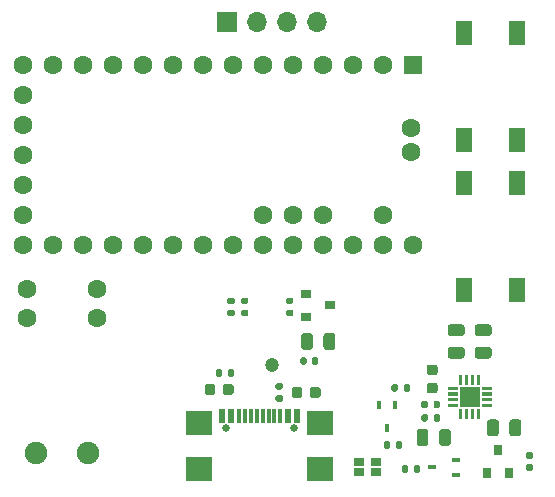
<source format=gts>
%TF.GenerationSoftware,KiCad,Pcbnew,(5.1.10)-1*%
%TF.CreationDate,2021-12-08T00:23:12-08:00*%
%TF.ProjectId,Climbing_Main_Rev_A,436c696d-6269-46e6-975f-4d61696e5f52,rev?*%
%TF.SameCoordinates,Original*%
%TF.FileFunction,Soldermask,Top*%
%TF.FilePolarity,Negative*%
%FSLAX46Y46*%
G04 Gerber Fmt 4.6, Leading zero omitted, Abs format (unit mm)*
G04 Created by KiCad (PCBNEW (5.1.10)-1) date 2021-12-08 00:23:12*
%MOMM*%
%LPD*%
G01*
G04 APERTURE LIST*
%ADD10C,1.200000*%
%ADD11C,1.600000*%
%ADD12R,1.600000X1.600000*%
%ADD13R,1.680000X1.680000*%
%ADD14C,1.600200*%
%ADD15C,1.905000*%
%ADD16R,1.400000X2.100000*%
%ADD17R,0.700000X0.450000*%
%ADD18R,0.450000X0.700000*%
%ADD19R,0.800000X0.900000*%
%ADD20R,0.900000X0.800000*%
%ADD21R,0.850000X0.650000*%
%ADD22O,1.700000X1.700000*%
%ADD23R,1.700000X1.700000*%
%ADD24C,0.650000*%
%ADD25R,2.180000X2.000000*%
%ADD26R,0.300000X1.150000*%
%ADD27R,0.600000X1.150000*%
G04 APERTURE END LIST*
D10*
X147828000Y-99753000D03*
D11*
X126746000Y-82042000D03*
X126746000Y-84582000D03*
X126746000Y-87122000D03*
X126746000Y-89662000D03*
X126746000Y-79502000D03*
X126746000Y-76962000D03*
X126746000Y-74422000D03*
X129286000Y-89662000D03*
X131826000Y-89662000D03*
X134366000Y-89662000D03*
X136906000Y-89662000D03*
X139446000Y-89662000D03*
X141986000Y-89662000D03*
X144526000Y-89662000D03*
X147066000Y-89662000D03*
X149606000Y-89662000D03*
X152146000Y-89662000D03*
X154686000Y-89662000D03*
X157226000Y-89662000D03*
X159766000Y-89662000D03*
X157226000Y-87122000D03*
X152146000Y-87122000D03*
X149606000Y-87122000D03*
X147066000Y-87122000D03*
X129286000Y-74422000D03*
X131826000Y-74422000D03*
X134366000Y-74422000D03*
X136906000Y-74422000D03*
X139446000Y-74422000D03*
X141986000Y-74422000D03*
X144526000Y-74422000D03*
X147066000Y-74422000D03*
X149606000Y-74422000D03*
X152146000Y-74422000D03*
X154686000Y-74422000D03*
X157226000Y-74422000D03*
D12*
X159766000Y-74422000D03*
D11*
X159588200Y-81737200D03*
X159588200Y-79756000D03*
G36*
G01*
X166449200Y-103369000D02*
X165604800Y-103369000D01*
G75*
G02*
X165597000Y-103361200I0J7800D01*
G01*
X165597000Y-103116800D01*
G75*
G02*
X165604800Y-103109000I7800J0D01*
G01*
X166449200Y-103109000D01*
G75*
G02*
X166457000Y-103116800I0J-7800D01*
G01*
X166457000Y-103361200D01*
G75*
G02*
X166449200Y-103369000I-7800J0D01*
G01*
G37*
G36*
G01*
X166449200Y-102869000D02*
X165604800Y-102869000D01*
G75*
G02*
X165597000Y-102861200I0J7800D01*
G01*
X165597000Y-102616800D01*
G75*
G02*
X165604800Y-102609000I7800J0D01*
G01*
X166449200Y-102609000D01*
G75*
G02*
X166457000Y-102616800I0J-7800D01*
G01*
X166457000Y-102861200D01*
G75*
G02*
X166449200Y-102869000I-7800J0D01*
G01*
G37*
G36*
G01*
X166449200Y-102369000D02*
X165604800Y-102369000D01*
G75*
G02*
X165597000Y-102361200I0J7800D01*
G01*
X165597000Y-102116800D01*
G75*
G02*
X165604800Y-102109000I7800J0D01*
G01*
X166449200Y-102109000D01*
G75*
G02*
X166457000Y-102116800I0J-7800D01*
G01*
X166457000Y-102361200D01*
G75*
G02*
X166449200Y-102369000I-7800J0D01*
G01*
G37*
G36*
G01*
X166449200Y-101869000D02*
X165604800Y-101869000D01*
G75*
G02*
X165597000Y-101861200I0J7800D01*
G01*
X165597000Y-101616800D01*
G75*
G02*
X165604800Y-101609000I7800J0D01*
G01*
X166449200Y-101609000D01*
G75*
G02*
X166457000Y-101616800I0J-7800D01*
G01*
X166457000Y-101861200D01*
G75*
G02*
X166449200Y-101869000I-7800J0D01*
G01*
G37*
G36*
G01*
X163579200Y-101869000D02*
X162734800Y-101869000D01*
G75*
G02*
X162727000Y-101861200I0J7800D01*
G01*
X162727000Y-101616800D01*
G75*
G02*
X162734800Y-101609000I7800J0D01*
G01*
X163579200Y-101609000D01*
G75*
G02*
X163587000Y-101616800I0J-7800D01*
G01*
X163587000Y-101861200D01*
G75*
G02*
X163579200Y-101869000I-7800J0D01*
G01*
G37*
G36*
G01*
X163579200Y-102369000D02*
X162734800Y-102369000D01*
G75*
G02*
X162727000Y-102361200I0J7800D01*
G01*
X162727000Y-102116800D01*
G75*
G02*
X162734800Y-102109000I7800J0D01*
G01*
X163579200Y-102109000D01*
G75*
G02*
X163587000Y-102116800I0J-7800D01*
G01*
X163587000Y-102361200D01*
G75*
G02*
X163579200Y-102369000I-7800J0D01*
G01*
G37*
G36*
G01*
X163579200Y-102869000D02*
X162734800Y-102869000D01*
G75*
G02*
X162727000Y-102861200I0J7800D01*
G01*
X162727000Y-102616800D01*
G75*
G02*
X162734800Y-102609000I7800J0D01*
G01*
X163579200Y-102609000D01*
G75*
G02*
X163587000Y-102616800I0J-7800D01*
G01*
X163587000Y-102861200D01*
G75*
G02*
X163579200Y-102869000I-7800J0D01*
G01*
G37*
G36*
G01*
X163579200Y-103369000D02*
X162734800Y-103369000D01*
G75*
G02*
X162727000Y-103361200I0J7800D01*
G01*
X162727000Y-103116800D01*
G75*
G02*
X162734800Y-103109000I7800J0D01*
G01*
X163579200Y-103109000D01*
G75*
G02*
X163587000Y-103116800I0J-7800D01*
G01*
X163587000Y-103361200D01*
G75*
G02*
X163579200Y-103369000I-7800J0D01*
G01*
G37*
G36*
G01*
X163964200Y-104354000D02*
X163719800Y-104354000D01*
G75*
G02*
X163712000Y-104346200I0J7800D01*
G01*
X163712000Y-103501800D01*
G75*
G02*
X163719800Y-103494000I7800J0D01*
G01*
X163964200Y-103494000D01*
G75*
G02*
X163972000Y-103501800I0J-7800D01*
G01*
X163972000Y-104346200D01*
G75*
G02*
X163964200Y-104354000I-7800J0D01*
G01*
G37*
G36*
G01*
X164464200Y-104354000D02*
X164219800Y-104354000D01*
G75*
G02*
X164212000Y-104346200I0J7800D01*
G01*
X164212000Y-103501800D01*
G75*
G02*
X164219800Y-103494000I7800J0D01*
G01*
X164464200Y-103494000D01*
G75*
G02*
X164472000Y-103501800I0J-7800D01*
G01*
X164472000Y-104346200D01*
G75*
G02*
X164464200Y-104354000I-7800J0D01*
G01*
G37*
G36*
G01*
X164964200Y-104354000D02*
X164719800Y-104354000D01*
G75*
G02*
X164712000Y-104346200I0J7800D01*
G01*
X164712000Y-103501800D01*
G75*
G02*
X164719800Y-103494000I7800J0D01*
G01*
X164964200Y-103494000D01*
G75*
G02*
X164972000Y-103501800I0J-7800D01*
G01*
X164972000Y-104346200D01*
G75*
G02*
X164964200Y-104354000I-7800J0D01*
G01*
G37*
G36*
G01*
X165464200Y-104354000D02*
X165219800Y-104354000D01*
G75*
G02*
X165212000Y-104346200I0J7800D01*
G01*
X165212000Y-103501800D01*
G75*
G02*
X165219800Y-103494000I7800J0D01*
G01*
X165464200Y-103494000D01*
G75*
G02*
X165472000Y-103501800I0J-7800D01*
G01*
X165472000Y-104346200D01*
G75*
G02*
X165464200Y-104354000I-7800J0D01*
G01*
G37*
G36*
G01*
X165464200Y-101484000D02*
X165219800Y-101484000D01*
G75*
G02*
X165212000Y-101476200I0J7800D01*
G01*
X165212000Y-100631800D01*
G75*
G02*
X165219800Y-100624000I7800J0D01*
G01*
X165464200Y-100624000D01*
G75*
G02*
X165472000Y-100631800I0J-7800D01*
G01*
X165472000Y-101476200D01*
G75*
G02*
X165464200Y-101484000I-7800J0D01*
G01*
G37*
G36*
G01*
X164964200Y-101484000D02*
X164719800Y-101484000D01*
G75*
G02*
X164712000Y-101476200I0J7800D01*
G01*
X164712000Y-100631800D01*
G75*
G02*
X164719800Y-100624000I7800J0D01*
G01*
X164964200Y-100624000D01*
G75*
G02*
X164972000Y-100631800I0J-7800D01*
G01*
X164972000Y-101476200D01*
G75*
G02*
X164964200Y-101484000I-7800J0D01*
G01*
G37*
G36*
G01*
X164464200Y-101484000D02*
X164219800Y-101484000D01*
G75*
G02*
X164212000Y-101476200I0J7800D01*
G01*
X164212000Y-100631800D01*
G75*
G02*
X164219800Y-100624000I7800J0D01*
G01*
X164464200Y-100624000D01*
G75*
G02*
X164472000Y-100631800I0J-7800D01*
G01*
X164472000Y-101476200D01*
G75*
G02*
X164464200Y-101484000I-7800J0D01*
G01*
G37*
G36*
G01*
X163964200Y-101484000D02*
X163719800Y-101484000D01*
G75*
G02*
X163712000Y-101476200I0J7800D01*
G01*
X163712000Y-100631800D01*
G75*
G02*
X163719800Y-100624000I7800J0D01*
G01*
X163964200Y-100624000D01*
G75*
G02*
X163972000Y-100631800I0J-7800D01*
G01*
X163972000Y-101476200D01*
G75*
G02*
X163964200Y-101484000I-7800J0D01*
G01*
G37*
D13*
X164592000Y-102489000D03*
D14*
X127127000Y-93345000D03*
X127127000Y-95834200D03*
X133019800Y-93345000D03*
X133019800Y-95834200D03*
D15*
X127876300Y-107264200D03*
X132270500Y-107264200D03*
D16*
X164120000Y-84350000D03*
X164120000Y-93450000D03*
X168620000Y-93450000D03*
X168620000Y-84350000D03*
X164120000Y-80750000D03*
X164120000Y-71650000D03*
X168620000Y-71650000D03*
X168620000Y-80750000D03*
G36*
G01*
X159879000Y-108770000D02*
X159879000Y-108400000D01*
G75*
G02*
X160014000Y-108265000I135000J0D01*
G01*
X160284000Y-108265000D01*
G75*
G02*
X160419000Y-108400000I0J-135000D01*
G01*
X160419000Y-108770000D01*
G75*
G02*
X160284000Y-108905000I-135000J0D01*
G01*
X160014000Y-108905000D01*
G75*
G02*
X159879000Y-108770000I0J135000D01*
G01*
G37*
G36*
G01*
X158859000Y-108770000D02*
X158859000Y-108400000D01*
G75*
G02*
X158994000Y-108265000I135000J0D01*
G01*
X159264000Y-108265000D01*
G75*
G02*
X159399000Y-108400000I0J-135000D01*
G01*
X159399000Y-108770000D01*
G75*
G02*
X159264000Y-108905000I-135000J0D01*
G01*
X158994000Y-108905000D01*
G75*
G02*
X158859000Y-108770000I0J135000D01*
G01*
G37*
G36*
G01*
X157875000Y-106368000D02*
X157875000Y-106738000D01*
G75*
G02*
X157740000Y-106873000I-135000J0D01*
G01*
X157470000Y-106873000D01*
G75*
G02*
X157335000Y-106738000I0J135000D01*
G01*
X157335000Y-106368000D01*
G75*
G02*
X157470000Y-106233000I135000J0D01*
G01*
X157740000Y-106233000D01*
G75*
G02*
X157875000Y-106368000I0J-135000D01*
G01*
G37*
G36*
G01*
X158895000Y-106368000D02*
X158895000Y-106738000D01*
G75*
G02*
X158760000Y-106873000I-135000J0D01*
G01*
X158490000Y-106873000D01*
G75*
G02*
X158355000Y-106738000I0J135000D01*
G01*
X158355000Y-106368000D01*
G75*
G02*
X158490000Y-106233000I135000J0D01*
G01*
X158760000Y-106233000D01*
G75*
G02*
X158895000Y-106368000I0J-135000D01*
G01*
G37*
G36*
G01*
X158510000Y-101542000D02*
X158510000Y-101912000D01*
G75*
G02*
X158375000Y-102047000I-135000J0D01*
G01*
X158105000Y-102047000D01*
G75*
G02*
X157970000Y-101912000I0J135000D01*
G01*
X157970000Y-101542000D01*
G75*
G02*
X158105000Y-101407000I135000J0D01*
G01*
X158375000Y-101407000D01*
G75*
G02*
X158510000Y-101542000I0J-135000D01*
G01*
G37*
G36*
G01*
X159530000Y-101542000D02*
X159530000Y-101912000D01*
G75*
G02*
X159395000Y-102047000I-135000J0D01*
G01*
X159125000Y-102047000D01*
G75*
G02*
X158990000Y-101912000I0J135000D01*
G01*
X158990000Y-101542000D01*
G75*
G02*
X159125000Y-101407000I135000J0D01*
G01*
X159395000Y-101407000D01*
G75*
G02*
X159530000Y-101542000I0J-135000D01*
G01*
G37*
G36*
G01*
X169857000Y-107710000D02*
X169487000Y-107710000D01*
G75*
G02*
X169352000Y-107575000I0J135000D01*
G01*
X169352000Y-107305000D01*
G75*
G02*
X169487000Y-107170000I135000J0D01*
G01*
X169857000Y-107170000D01*
G75*
G02*
X169992000Y-107305000I0J-135000D01*
G01*
X169992000Y-107575000D01*
G75*
G02*
X169857000Y-107710000I-135000J0D01*
G01*
G37*
G36*
G01*
X169857000Y-108730000D02*
X169487000Y-108730000D01*
G75*
G02*
X169352000Y-108595000I0J135000D01*
G01*
X169352000Y-108325000D01*
G75*
G02*
X169487000Y-108190000I135000J0D01*
G01*
X169857000Y-108190000D01*
G75*
G02*
X169992000Y-108325000I0J-135000D01*
G01*
X169992000Y-108595000D01*
G75*
G02*
X169857000Y-108730000I-135000J0D01*
G01*
G37*
G36*
G01*
X161530000Y-104452000D02*
X161530000Y-104082000D01*
G75*
G02*
X161665000Y-103947000I135000J0D01*
G01*
X161935000Y-103947000D01*
G75*
G02*
X162070000Y-104082000I0J-135000D01*
G01*
X162070000Y-104452000D01*
G75*
G02*
X161935000Y-104587000I-135000J0D01*
G01*
X161665000Y-104587000D01*
G75*
G02*
X161530000Y-104452000I0J135000D01*
G01*
G37*
G36*
G01*
X160510000Y-104452000D02*
X160510000Y-104082000D01*
G75*
G02*
X160645000Y-103947000I135000J0D01*
G01*
X160915000Y-103947000D01*
G75*
G02*
X161050000Y-104082000I0J-135000D01*
G01*
X161050000Y-104452000D01*
G75*
G02*
X160915000Y-104587000I-135000J0D01*
G01*
X160645000Y-104587000D01*
G75*
G02*
X160510000Y-104452000I0J135000D01*
G01*
G37*
G36*
G01*
X161050000Y-102939000D02*
X161050000Y-103309000D01*
G75*
G02*
X160915000Y-103444000I-135000J0D01*
G01*
X160645000Y-103444000D01*
G75*
G02*
X160510000Y-103309000I0J135000D01*
G01*
X160510000Y-102939000D01*
G75*
G02*
X160645000Y-102804000I135000J0D01*
G01*
X160915000Y-102804000D01*
G75*
G02*
X161050000Y-102939000I0J-135000D01*
G01*
G37*
G36*
G01*
X162070000Y-102939000D02*
X162070000Y-103309000D01*
G75*
G02*
X161935000Y-103444000I-135000J0D01*
G01*
X161665000Y-103444000D01*
G75*
G02*
X161530000Y-103309000I0J135000D01*
G01*
X161530000Y-102939000D01*
G75*
G02*
X161665000Y-102804000I135000J0D01*
G01*
X161935000Y-102804000D01*
G75*
G02*
X162070000Y-102939000I0J-135000D01*
G01*
G37*
G36*
G01*
X145357000Y-95109000D02*
X145727000Y-95109000D01*
G75*
G02*
X145862000Y-95244000I0J-135000D01*
G01*
X145862000Y-95514000D01*
G75*
G02*
X145727000Y-95649000I-135000J0D01*
G01*
X145357000Y-95649000D01*
G75*
G02*
X145222000Y-95514000I0J135000D01*
G01*
X145222000Y-95244000D01*
G75*
G02*
X145357000Y-95109000I135000J0D01*
G01*
G37*
G36*
G01*
X145357000Y-94089000D02*
X145727000Y-94089000D01*
G75*
G02*
X145862000Y-94224000I0J-135000D01*
G01*
X145862000Y-94494000D01*
G75*
G02*
X145727000Y-94629000I-135000J0D01*
G01*
X145357000Y-94629000D01*
G75*
G02*
X145222000Y-94494000I0J135000D01*
G01*
X145222000Y-94224000D01*
G75*
G02*
X145357000Y-94089000I135000J0D01*
G01*
G37*
G36*
G01*
X144214000Y-95109000D02*
X144584000Y-95109000D01*
G75*
G02*
X144719000Y-95244000I0J-135000D01*
G01*
X144719000Y-95514000D01*
G75*
G02*
X144584000Y-95649000I-135000J0D01*
G01*
X144214000Y-95649000D01*
G75*
G02*
X144079000Y-95514000I0J135000D01*
G01*
X144079000Y-95244000D01*
G75*
G02*
X144214000Y-95109000I135000J0D01*
G01*
G37*
G36*
G01*
X144214000Y-94089000D02*
X144584000Y-94089000D01*
G75*
G02*
X144719000Y-94224000I0J-135000D01*
G01*
X144719000Y-94494000D01*
G75*
G02*
X144584000Y-94629000I-135000J0D01*
G01*
X144214000Y-94629000D01*
G75*
G02*
X144079000Y-94494000I0J135000D01*
G01*
X144079000Y-94224000D01*
G75*
G02*
X144214000Y-94089000I135000J0D01*
G01*
G37*
G36*
G01*
X148278000Y-102348000D02*
X148648000Y-102348000D01*
G75*
G02*
X148783000Y-102483000I0J-135000D01*
G01*
X148783000Y-102753000D01*
G75*
G02*
X148648000Y-102888000I-135000J0D01*
G01*
X148278000Y-102888000D01*
G75*
G02*
X148143000Y-102753000I0J135000D01*
G01*
X148143000Y-102483000D01*
G75*
G02*
X148278000Y-102348000I135000J0D01*
G01*
G37*
G36*
G01*
X148278000Y-101328000D02*
X148648000Y-101328000D01*
G75*
G02*
X148783000Y-101463000I0J-135000D01*
G01*
X148783000Y-101733000D01*
G75*
G02*
X148648000Y-101868000I-135000J0D01*
G01*
X148278000Y-101868000D01*
G75*
G02*
X148143000Y-101733000I0J135000D01*
G01*
X148143000Y-101463000D01*
G75*
G02*
X148278000Y-101328000I135000J0D01*
G01*
G37*
G36*
G01*
X144131000Y-100642000D02*
X144131000Y-100272000D01*
G75*
G02*
X144266000Y-100137000I135000J0D01*
G01*
X144536000Y-100137000D01*
G75*
G02*
X144671000Y-100272000I0J-135000D01*
G01*
X144671000Y-100642000D01*
G75*
G02*
X144536000Y-100777000I-135000J0D01*
G01*
X144266000Y-100777000D01*
G75*
G02*
X144131000Y-100642000I0J135000D01*
G01*
G37*
G36*
G01*
X143111000Y-100642000D02*
X143111000Y-100272000D01*
G75*
G02*
X143246000Y-100137000I135000J0D01*
G01*
X143516000Y-100137000D01*
G75*
G02*
X143651000Y-100272000I0J-135000D01*
G01*
X143651000Y-100642000D01*
G75*
G02*
X143516000Y-100777000I-135000J0D01*
G01*
X143246000Y-100777000D01*
G75*
G02*
X143111000Y-100642000I0J135000D01*
G01*
G37*
G36*
G01*
X149537000Y-94629000D02*
X149167000Y-94629000D01*
G75*
G02*
X149032000Y-94494000I0J135000D01*
G01*
X149032000Y-94224000D01*
G75*
G02*
X149167000Y-94089000I135000J0D01*
G01*
X149537000Y-94089000D01*
G75*
G02*
X149672000Y-94224000I0J-135000D01*
G01*
X149672000Y-94494000D01*
G75*
G02*
X149537000Y-94629000I-135000J0D01*
G01*
G37*
G36*
G01*
X149537000Y-95649000D02*
X149167000Y-95649000D01*
G75*
G02*
X149032000Y-95514000I0J135000D01*
G01*
X149032000Y-95244000D01*
G75*
G02*
X149167000Y-95109000I135000J0D01*
G01*
X149537000Y-95109000D01*
G75*
G02*
X149672000Y-95244000I0J-135000D01*
G01*
X149672000Y-95514000D01*
G75*
G02*
X149537000Y-95649000I-135000J0D01*
G01*
G37*
D17*
X161433000Y-108458000D03*
X163433000Y-107808000D03*
X163433000Y-109108000D03*
D18*
X157607000Y-105140000D03*
X156957000Y-103140000D03*
X158257000Y-103140000D03*
D19*
X167005000Y-106950000D03*
X167955000Y-108950000D03*
X166055000Y-108950000D03*
D20*
X152765000Y-94742000D03*
X150765000Y-95692000D03*
X150765000Y-93792000D03*
D21*
X156681000Y-108033000D03*
X156681000Y-108883000D03*
X155231000Y-108033000D03*
X155231000Y-108883000D03*
D22*
X151640070Y-70720700D03*
X149100070Y-70720700D03*
X146560070Y-70720700D03*
D23*
X144020070Y-70720700D03*
D24*
X149702000Y-105156000D03*
X143922000Y-105156000D03*
D25*
X151922000Y-108586000D03*
X141702000Y-108586000D03*
X151922000Y-104656000D03*
X141702000Y-104656000D03*
D26*
X147062000Y-104081000D03*
X146562000Y-104081000D03*
X147562000Y-104081000D03*
X146062000Y-104081000D03*
X148062000Y-104081000D03*
X145562000Y-104081000D03*
X148562000Y-104081000D03*
X145062000Y-104081000D03*
D27*
X150012000Y-104081000D03*
X149212000Y-104081000D03*
X144412000Y-104081000D03*
X143612000Y-104081000D03*
G36*
G01*
X167963000Y-105580200D02*
X167963000Y-104630200D01*
G75*
G02*
X168213000Y-104380200I250000J0D01*
G01*
X168713000Y-104380200D01*
G75*
G02*
X168963000Y-104630200I0J-250000D01*
G01*
X168963000Y-105580200D01*
G75*
G02*
X168713000Y-105830200I-250000J0D01*
G01*
X168213000Y-105830200D01*
G75*
G02*
X167963000Y-105580200I0J250000D01*
G01*
G37*
G36*
G01*
X166063000Y-105580200D02*
X166063000Y-104630200D01*
G75*
G02*
X166313000Y-104380200I250000J0D01*
G01*
X166813000Y-104380200D01*
G75*
G02*
X167063000Y-104630200I0J-250000D01*
G01*
X167063000Y-105580200D01*
G75*
G02*
X166813000Y-105830200I-250000J0D01*
G01*
X166313000Y-105830200D01*
G75*
G02*
X166063000Y-105580200I0J250000D01*
G01*
G37*
G36*
G01*
X166210000Y-97340000D02*
X165260000Y-97340000D01*
G75*
G02*
X165010000Y-97090000I0J250000D01*
G01*
X165010000Y-96590000D01*
G75*
G02*
X165260000Y-96340000I250000J0D01*
G01*
X166210000Y-96340000D01*
G75*
G02*
X166460000Y-96590000I0J-250000D01*
G01*
X166460000Y-97090000D01*
G75*
G02*
X166210000Y-97340000I-250000J0D01*
G01*
G37*
G36*
G01*
X166210000Y-99240000D02*
X165260000Y-99240000D01*
G75*
G02*
X165010000Y-98990000I0J250000D01*
G01*
X165010000Y-98490000D01*
G75*
G02*
X165260000Y-98240000I250000J0D01*
G01*
X166210000Y-98240000D01*
G75*
G02*
X166460000Y-98490000I0J-250000D01*
G01*
X166460000Y-98990000D01*
G75*
G02*
X166210000Y-99240000I-250000J0D01*
G01*
G37*
G36*
G01*
X161094000Y-105443000D02*
X161094000Y-106393000D01*
G75*
G02*
X160844000Y-106643000I-250000J0D01*
G01*
X160344000Y-106643000D01*
G75*
G02*
X160094000Y-106393000I0J250000D01*
G01*
X160094000Y-105443000D01*
G75*
G02*
X160344000Y-105193000I250000J0D01*
G01*
X160844000Y-105193000D01*
G75*
G02*
X161094000Y-105443000I0J-250000D01*
G01*
G37*
G36*
G01*
X162994000Y-105443000D02*
X162994000Y-106393000D01*
G75*
G02*
X162744000Y-106643000I-250000J0D01*
G01*
X162244000Y-106643000D01*
G75*
G02*
X161994000Y-106393000I0J250000D01*
G01*
X161994000Y-105443000D01*
G75*
G02*
X162244000Y-105193000I250000J0D01*
G01*
X162744000Y-105193000D01*
G75*
G02*
X162994000Y-105443000I0J-250000D01*
G01*
G37*
G36*
G01*
X163924000Y-97340000D02*
X162974000Y-97340000D01*
G75*
G02*
X162724000Y-97090000I0J250000D01*
G01*
X162724000Y-96590000D01*
G75*
G02*
X162974000Y-96340000I250000J0D01*
G01*
X163924000Y-96340000D01*
G75*
G02*
X164174000Y-96590000I0J-250000D01*
G01*
X164174000Y-97090000D01*
G75*
G02*
X163924000Y-97340000I-250000J0D01*
G01*
G37*
G36*
G01*
X163924000Y-99240000D02*
X162974000Y-99240000D01*
G75*
G02*
X162724000Y-98990000I0J250000D01*
G01*
X162724000Y-98490000D01*
G75*
G02*
X162974000Y-98240000I250000J0D01*
G01*
X163924000Y-98240000D01*
G75*
G02*
X164174000Y-98490000I0J-250000D01*
G01*
X164174000Y-98990000D01*
G75*
G02*
X163924000Y-99240000I-250000J0D01*
G01*
G37*
G36*
G01*
X161667000Y-100640000D02*
X161167000Y-100640000D01*
G75*
G02*
X160942000Y-100415000I0J225000D01*
G01*
X160942000Y-99965000D01*
G75*
G02*
X161167000Y-99740000I225000J0D01*
G01*
X161667000Y-99740000D01*
G75*
G02*
X161892000Y-99965000I0J-225000D01*
G01*
X161892000Y-100415000D01*
G75*
G02*
X161667000Y-100640000I-225000J0D01*
G01*
G37*
G36*
G01*
X161667000Y-102190000D02*
X161167000Y-102190000D01*
G75*
G02*
X160942000Y-101965000I0J225000D01*
G01*
X160942000Y-101515000D01*
G75*
G02*
X161167000Y-101290000I225000J0D01*
G01*
X161667000Y-101290000D01*
G75*
G02*
X161892000Y-101515000I0J-225000D01*
G01*
X161892000Y-101965000D01*
G75*
G02*
X161667000Y-102190000I-225000J0D01*
G01*
G37*
G36*
G01*
X152215000Y-98265000D02*
X152215000Y-97315000D01*
G75*
G02*
X152465000Y-97065000I250000J0D01*
G01*
X152965000Y-97065000D01*
G75*
G02*
X153215000Y-97315000I0J-250000D01*
G01*
X153215000Y-98265000D01*
G75*
G02*
X152965000Y-98515000I-250000J0D01*
G01*
X152465000Y-98515000D01*
G75*
G02*
X152215000Y-98265000I0J250000D01*
G01*
G37*
G36*
G01*
X150315000Y-98265000D02*
X150315000Y-97315000D01*
G75*
G02*
X150565000Y-97065000I250000J0D01*
G01*
X151065000Y-97065000D01*
G75*
G02*
X151315000Y-97315000I0J-250000D01*
G01*
X151315000Y-98265000D01*
G75*
G02*
X151065000Y-98515000I-250000J0D01*
G01*
X150565000Y-98515000D01*
G75*
G02*
X150315000Y-98265000I0J250000D01*
G01*
G37*
G36*
G01*
X151074000Y-102358000D02*
X151074000Y-101858000D01*
G75*
G02*
X151299000Y-101633000I225000J0D01*
G01*
X151749000Y-101633000D01*
G75*
G02*
X151974000Y-101858000I0J-225000D01*
G01*
X151974000Y-102358000D01*
G75*
G02*
X151749000Y-102583000I-225000J0D01*
G01*
X151299000Y-102583000D01*
G75*
G02*
X151074000Y-102358000I0J225000D01*
G01*
G37*
G36*
G01*
X149524000Y-102358000D02*
X149524000Y-101858000D01*
G75*
G02*
X149749000Y-101633000I225000J0D01*
G01*
X150199000Y-101633000D01*
G75*
G02*
X150424000Y-101858000I0J-225000D01*
G01*
X150424000Y-102358000D01*
G75*
G02*
X150199000Y-102583000I-225000J0D01*
G01*
X149749000Y-102583000D01*
G75*
G02*
X149524000Y-102358000I0J225000D01*
G01*
G37*
G36*
G01*
X151203000Y-99611000D02*
X151203000Y-99271000D01*
G75*
G02*
X151343000Y-99131000I140000J0D01*
G01*
X151623000Y-99131000D01*
G75*
G02*
X151763000Y-99271000I0J-140000D01*
G01*
X151763000Y-99611000D01*
G75*
G02*
X151623000Y-99751000I-140000J0D01*
G01*
X151343000Y-99751000D01*
G75*
G02*
X151203000Y-99611000I0J140000D01*
G01*
G37*
G36*
G01*
X150243000Y-99611000D02*
X150243000Y-99271000D01*
G75*
G02*
X150383000Y-99131000I140000J0D01*
G01*
X150663000Y-99131000D01*
G75*
G02*
X150803000Y-99271000I0J-140000D01*
G01*
X150803000Y-99611000D01*
G75*
G02*
X150663000Y-99751000I-140000J0D01*
G01*
X150383000Y-99751000D01*
G75*
G02*
X150243000Y-99611000I0J140000D01*
G01*
G37*
G36*
G01*
X143058000Y-101604000D02*
X143058000Y-102104000D01*
G75*
G02*
X142833000Y-102329000I-225000J0D01*
G01*
X142383000Y-102329000D01*
G75*
G02*
X142158000Y-102104000I0J225000D01*
G01*
X142158000Y-101604000D01*
G75*
G02*
X142383000Y-101379000I225000J0D01*
G01*
X142833000Y-101379000D01*
G75*
G02*
X143058000Y-101604000I0J-225000D01*
G01*
G37*
G36*
G01*
X144608000Y-101604000D02*
X144608000Y-102104000D01*
G75*
G02*
X144383000Y-102329000I-225000J0D01*
G01*
X143933000Y-102329000D01*
G75*
G02*
X143708000Y-102104000I0J225000D01*
G01*
X143708000Y-101604000D01*
G75*
G02*
X143933000Y-101379000I225000J0D01*
G01*
X144383000Y-101379000D01*
G75*
G02*
X144608000Y-101604000I0J-225000D01*
G01*
G37*
M02*

</source>
